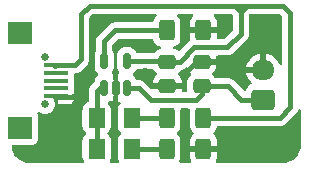
<source format=gbr>
%TF.GenerationSoftware,KiCad,Pcbnew,8.0.2*%
%TF.CreationDate,2025-07-12T13:28:42+07:00*%
%TF.ProjectId,Li-Ion Charger Controller,4c692d49-6f6e-4204-9368-617267657220,rev?*%
%TF.SameCoordinates,Original*%
%TF.FileFunction,Copper,L1,Top*%
%TF.FilePolarity,Positive*%
%FSLAX46Y46*%
G04 Gerber Fmt 4.6, Leading zero omitted, Abs format (unit mm)*
G04 Created by KiCad (PCBNEW 8.0.2) date 2025-07-12 13:28:42*
%MOMM*%
%LPD*%
G01*
G04 APERTURE LIST*
G04 Aperture macros list*
%AMRoundRect*
0 Rectangle with rounded corners*
0 $1 Rounding radius*
0 $2 $3 $4 $5 $6 $7 $8 $9 X,Y pos of 4 corners*
0 Add a 4 corners polygon primitive as box body*
4,1,4,$2,$3,$4,$5,$6,$7,$8,$9,$2,$3,0*
0 Add four circle primitives for the rounded corners*
1,1,$1+$1,$2,$3*
1,1,$1+$1,$4,$5*
1,1,$1+$1,$6,$7*
1,1,$1+$1,$8,$9*
0 Add four rect primitives between the rounded corners*
20,1,$1+$1,$2,$3,$4,$5,0*
20,1,$1+$1,$4,$5,$6,$7,0*
20,1,$1+$1,$6,$7,$8,$9,0*
20,1,$1+$1,$8,$9,$2,$3,0*%
G04 Aperture macros list end*
%TA.AperFunction,SMDPad,CuDef*%
%ADD10RoundRect,0.250000X-0.475000X0.337500X-0.475000X-0.337500X0.475000X-0.337500X0.475000X0.337500X0*%
%TD*%
%TA.AperFunction,SMDPad,CuDef*%
%ADD11RoundRect,0.150000X0.150000X-0.512500X0.150000X0.512500X-0.150000X0.512500X-0.150000X-0.512500X0*%
%TD*%
%TA.AperFunction,SMDPad,CuDef*%
%ADD12RoundRect,0.250001X0.462499X0.624999X-0.462499X0.624999X-0.462499X-0.624999X0.462499X-0.624999X0*%
%TD*%
%TA.AperFunction,SMDPad,CuDef*%
%ADD13RoundRect,0.250000X-0.400000X-0.625000X0.400000X-0.625000X0.400000X0.625000X-0.400000X0.625000X0*%
%TD*%
%TA.AperFunction,SMDPad,CuDef*%
%ADD14RoundRect,0.250000X0.475000X-0.337500X0.475000X0.337500X-0.475000X0.337500X-0.475000X-0.337500X0*%
%TD*%
%TA.AperFunction,SMDPad,CuDef*%
%ADD15RoundRect,0.250001X-0.462499X-0.624999X0.462499X-0.624999X0.462499X0.624999X-0.462499X0.624999X0*%
%TD*%
%TA.AperFunction,ComponentPad*%
%ADD16C,0.650000*%
%TD*%
%TA.AperFunction,SMDPad,CuDef*%
%ADD17R,2.100000X1.900000*%
%TD*%
%TA.AperFunction,SMDPad,CuDef*%
%ADD18R,2.000000X0.400000*%
%TD*%
%TA.AperFunction,ComponentPad*%
%ADD19RoundRect,0.250000X0.725000X-0.600000X0.725000X0.600000X-0.725000X0.600000X-0.725000X-0.600000X0*%
%TD*%
%TA.AperFunction,ComponentPad*%
%ADD20O,1.950000X1.700000*%
%TD*%
%TA.AperFunction,ViaPad*%
%ADD21C,1.200000*%
%TD*%
%TA.AperFunction,Conductor*%
%ADD22C,0.381000*%
%TD*%
G04 APERTURE END LIST*
D10*
%TO.P,C1,1*%
%TO.N,VBUS*%
X157500000Y-90762500D03*
%TO.P,C1,2*%
%TO.N,GND*%
X157500000Y-92837500D03*
%TD*%
D11*
%TO.P,U1,1,STAT*%
%TO.N,Net-(D1-A)*%
X152150000Y-92975000D03*
%TO.P,U1,2,V_{SS}*%
%TO.N,GND*%
X153100000Y-92975000D03*
%TO.P,U1,3,V_{BAT}*%
%TO.N,Net-(J1-Pin_1)*%
X154050000Y-92975000D03*
%TO.P,U1,4,V_{DD}*%
%TO.N,VBUS*%
X154050000Y-90700000D03*
%TO.P,U1,5,PROG*%
%TO.N,Net-(U1-PROG)*%
X152150000Y-90700000D03*
%TD*%
D12*
%TO.P,D1,1,K*%
%TO.N,Net-(D1-K)*%
X154487500Y-98100000D03*
%TO.P,D1,2,A*%
%TO.N,Net-(D1-A)*%
X151512500Y-98100000D03*
%TD*%
D13*
%TO.P,R1,1*%
%TO.N,Net-(D1-K)*%
X157450000Y-98110000D03*
%TO.P,R1,2*%
%TO.N,GND*%
X160550000Y-98110000D03*
%TD*%
D14*
%TO.P,C2,1*%
%TO.N,Net-(J1-Pin_1)*%
X160400000Y-92837500D03*
%TO.P,C2,2*%
%TO.N,GND*%
X160400000Y-90762500D03*
%TD*%
D13*
%TO.P,R3,1*%
%TO.N,Net-(U1-PROG)*%
X157450000Y-88100000D03*
%TO.P,R3,2*%
%TO.N,GND*%
X160550000Y-88100000D03*
%TD*%
D15*
%TO.P,D2,1,K*%
%TO.N,Net-(D1-A)*%
X151512500Y-95500000D03*
%TO.P,D2,2,A*%
%TO.N,Net-(D2-A)*%
X154487500Y-95500000D03*
%TD*%
D13*
%TO.P,R2,1*%
%TO.N,Net-(D2-A)*%
X157450000Y-95500000D03*
%TO.P,R2,2*%
%TO.N,VBUS*%
X160550000Y-95500000D03*
%TD*%
D16*
%TO.P,J2,*%
%TO.N,*%
X147137500Y-90340000D03*
X147137500Y-94340000D03*
D17*
%TO.P,J2,0*%
%TO.N,N/C*%
X144997500Y-88350000D03*
X144997500Y-96350000D03*
D18*
%TO.P,J2,1,VBUS*%
%TO.N,VBUS*%
X148057500Y-91050000D03*
%TO.P,J2,2,D-*%
%TO.N,unconnected-(J2-D--Pad2)*%
X148057500Y-91700000D03*
%TO.P,J2,3,D+*%
%TO.N,unconnected-(J2-D+-Pad3)*%
X148057500Y-92350000D03*
%TO.P,J2,4,ID*%
%TO.N,unconnected-(J2-ID-Pad4)*%
X148057500Y-93000000D03*
%TO.P,J2,5,GND*%
%TO.N,GND*%
X148057500Y-93650000D03*
%TD*%
D19*
%TO.P,J1,1,Pin_1*%
%TO.N,Net-(J1-Pin_1)*%
X165600000Y-93950000D03*
D20*
%TO.P,J1,2,Pin_2*%
%TO.N,GND*%
X165600000Y-91450000D03*
%TD*%
D21*
%TO.N,GND*%
X162300000Y-87500000D03*
X155600000Y-89400000D03*
X165070340Y-98136236D03*
X155600000Y-91909253D03*
X151600000Y-87500000D03*
X165300000Y-87500000D03*
%TD*%
D22*
%TO.N,GND*%
X160400000Y-90762500D02*
X159937500Y-90762500D01*
X147982500Y-93700000D02*
X149500000Y-93700000D01*
X159937500Y-90762500D02*
X159100000Y-91600000D01*
%TO.N,VBUS*%
X167900000Y-86600000D02*
X167300000Y-86000000D01*
X167900000Y-94600000D02*
X167900000Y-86600000D01*
X150900000Y-86000000D02*
X163100000Y-86000000D01*
X159765336Y-89519781D02*
X162580219Y-89519781D01*
X158522617Y-90762500D02*
X159765336Y-89519781D01*
X167000000Y-95500000D02*
X167900000Y-94600000D01*
X163700000Y-88400000D02*
X163700000Y-86500000D01*
X147982500Y-91100000D02*
X148032500Y-91050000D01*
X150200000Y-90500000D02*
X150200000Y-86700000D01*
X148032500Y-91050000D02*
X149650000Y-91050000D01*
X157500000Y-90762500D02*
X158522617Y-90762500D01*
X163700000Y-86500000D02*
X164200000Y-86000000D01*
X157437500Y-90700000D02*
X157500000Y-90762500D01*
X162580219Y-89519781D02*
X163700000Y-88400000D01*
X163200000Y-86000000D02*
X163100000Y-86000000D01*
X160550000Y-95500000D02*
X167000000Y-95500000D01*
X163700000Y-86500000D02*
X163700000Y-86000000D01*
X154050000Y-90700000D02*
X157437500Y-90700000D01*
X150200000Y-86700000D02*
X150900000Y-86000000D01*
X167300000Y-86000000D02*
X164300000Y-86000000D01*
X164200000Y-86000000D02*
X164300000Y-86000000D01*
X149650000Y-91050000D02*
X150200000Y-90500000D01*
X163700000Y-86500000D02*
X163200000Y-86000000D01*
X164300000Y-86000000D02*
X163100000Y-86000000D01*
%TO.N,Net-(J1-Pin_1)*%
X159900000Y-94000000D02*
X156100000Y-94000000D01*
X162637137Y-92837500D02*
X163749637Y-93950000D01*
X160400000Y-93500000D02*
X159900000Y-94000000D01*
X155075000Y-92975000D02*
X154050000Y-92975000D01*
X160400000Y-92837500D02*
X162637137Y-92837500D01*
X163749637Y-93950000D02*
X165600000Y-93950000D01*
X160400000Y-92837500D02*
X160400000Y-93500000D01*
X156100000Y-94000000D02*
X155075000Y-92975000D01*
%TO.N,Net-(D1-K)*%
X154497500Y-98110000D02*
X154487500Y-98100000D01*
X157450000Y-98110000D02*
X154497500Y-98110000D01*
%TO.N,Net-(D1-A)*%
X152150000Y-92975000D02*
X151784929Y-92975000D01*
X151784929Y-92975000D02*
X151512500Y-93247429D01*
X151512500Y-93247429D02*
X151512500Y-95500000D01*
X151512500Y-98100000D02*
X151512500Y-95500000D01*
%TO.N,Net-(D2-A)*%
X157450000Y-95500000D02*
X154487500Y-95500000D01*
%TO.N,Net-(U1-PROG)*%
X157450000Y-88100000D02*
X153046763Y-88100000D01*
X153046763Y-88100000D02*
X152150000Y-88996763D01*
X152150000Y-88996763D02*
X152150000Y-90700000D01*
%TD*%
%TA.AperFunction,Conductor*%
%TO.N,GND*%
G36*
X156540309Y-86710685D02*
G01*
X156586064Y-86763489D01*
X156596008Y-86832647D01*
X156566983Y-86896203D01*
X156560951Y-86902681D01*
X156457289Y-87006342D01*
X156365187Y-87155663D01*
X156365185Y-87155668D01*
X156348546Y-87205880D01*
X156310001Y-87322203D01*
X156310000Y-87322206D01*
X156309405Y-87324004D01*
X156269633Y-87381449D01*
X156205117Y-87408272D01*
X156191699Y-87409000D01*
X152978701Y-87409000D01*
X152864201Y-87431776D01*
X152864200Y-87431776D01*
X152852761Y-87434051D01*
X152845203Y-87435555D01*
X152845202Y-87435555D01*
X152719457Y-87487640D01*
X152719444Y-87487647D01*
X152606276Y-87563264D01*
X152606272Y-87563267D01*
X151613269Y-88556270D01*
X151613265Y-88556276D01*
X151537644Y-88669450D01*
X151537642Y-88669453D01*
X151485556Y-88795201D01*
X151485553Y-88795211D01*
X151459000Y-88928702D01*
X151459000Y-89790466D01*
X151441733Y-89853586D01*
X151398254Y-89927105D01*
X151398254Y-89927106D01*
X151352402Y-90084926D01*
X151352401Y-90084932D01*
X151349500Y-90121798D01*
X151349500Y-91278201D01*
X151352401Y-91315067D01*
X151352402Y-91315073D01*
X151398254Y-91472893D01*
X151398255Y-91472896D01*
X151481917Y-91614362D01*
X151481923Y-91614370D01*
X151598129Y-91730576D01*
X151598140Y-91730585D01*
X151598455Y-91730771D01*
X151598650Y-91730980D01*
X151604298Y-91735361D01*
X151603591Y-91736272D01*
X151646136Y-91781843D01*
X151658637Y-91850585D01*
X151631988Y-91915173D01*
X151604078Y-91939356D01*
X151604298Y-91939639D01*
X151599092Y-91943676D01*
X151598455Y-91944229D01*
X151598140Y-91944414D01*
X151598129Y-91944423D01*
X151481923Y-92060629D01*
X151481917Y-92060637D01*
X151398255Y-92202103D01*
X151398254Y-92202106D01*
X151352402Y-92359926D01*
X151352401Y-92359932D01*
X151349979Y-92390713D01*
X151325094Y-92456001D01*
X151314042Y-92468664D01*
X150975766Y-92806939D01*
X150975765Y-92806941D01*
X150956649Y-92835552D01*
X150956647Y-92835555D01*
X150900142Y-92920120D01*
X150848056Y-93045867D01*
X150848053Y-93045877D01*
X150821500Y-93179368D01*
X150821500Y-94070545D01*
X150801815Y-94137584D01*
X150749011Y-94183339D01*
X150736509Y-94188249D01*
X150730672Y-94190183D01*
X150730660Y-94190188D01*
X150581345Y-94282288D01*
X150457289Y-94406344D01*
X150457286Y-94406348D01*
X150365187Y-94555662D01*
X150365187Y-94555663D01*
X150310001Y-94722203D01*
X150310000Y-94722204D01*
X150299500Y-94824984D01*
X150299500Y-96175015D01*
X150310000Y-96277795D01*
X150310001Y-96277796D01*
X150365186Y-96444335D01*
X150365187Y-96444337D01*
X150457286Y-96593651D01*
X150457289Y-96593655D01*
X150575953Y-96712319D01*
X150609438Y-96773642D01*
X150604454Y-96843334D01*
X150575953Y-96887681D01*
X150457289Y-97006344D01*
X150457286Y-97006348D01*
X150365187Y-97155662D01*
X150365186Y-97155664D01*
X150310001Y-97322203D01*
X150310000Y-97322204D01*
X150299500Y-97424984D01*
X150299500Y-98775015D01*
X150310000Y-98877795D01*
X150310001Y-98877797D01*
X150365186Y-99044334D01*
X150372472Y-99056146D01*
X150405938Y-99110402D01*
X150424379Y-99177795D01*
X150403457Y-99244458D01*
X150349815Y-99289228D01*
X150300400Y-99299500D01*
X145804428Y-99299500D01*
X145795582Y-99299184D01*
X145773622Y-99297613D01*
X145595442Y-99284869D01*
X145577931Y-99282351D01*
X145386212Y-99240646D01*
X145369236Y-99235662D01*
X145185390Y-99167090D01*
X145169298Y-99159740D01*
X144997095Y-99065711D01*
X144982210Y-99056146D01*
X144979789Y-99054334D01*
X144825132Y-98938558D01*
X144811762Y-98926972D01*
X144673027Y-98788237D01*
X144661441Y-98774867D01*
X144543849Y-98617784D01*
X144534288Y-98602904D01*
X144440259Y-98430701D01*
X144432909Y-98414609D01*
X144372091Y-98251551D01*
X144364334Y-98230755D01*
X144359355Y-98213797D01*
X144317647Y-98022063D01*
X144315130Y-98004556D01*
X144310037Y-97933345D01*
X144324889Y-97865072D01*
X144374294Y-97815667D01*
X144433721Y-97800499D01*
X146095371Y-97800499D01*
X146095372Y-97800499D01*
X146154983Y-97794091D01*
X146289831Y-97743796D01*
X146405046Y-97657546D01*
X146491296Y-97542331D01*
X146541591Y-97407483D01*
X146548000Y-97347873D01*
X146547999Y-95352128D01*
X146541591Y-95292517D01*
X146498575Y-95177184D01*
X146493591Y-95107492D01*
X146527076Y-95046169D01*
X146588400Y-95012685D01*
X146658091Y-95017669D01*
X146687641Y-95033532D01*
X146722476Y-95058842D01*
X146727748Y-95061189D01*
X146727759Y-95061194D01*
X146746214Y-95071371D01*
X146746263Y-95071403D01*
X146746479Y-95071548D01*
X146810130Y-95097912D01*
X146813014Y-95099151D01*
X146881001Y-95129422D01*
X146885313Y-95130823D01*
X146890725Y-95132520D01*
X146890881Y-95132007D01*
X146896708Y-95133774D01*
X146896711Y-95133776D01*
X146970431Y-95148439D01*
X146971890Y-95148740D01*
X147050736Y-95165500D01*
X147224263Y-95165500D01*
X147224264Y-95165500D01*
X147303126Y-95148736D01*
X147304551Y-95148443D01*
X147378289Y-95133776D01*
X147378294Y-95133773D01*
X147378298Y-95133773D01*
X147384127Y-95132005D01*
X147384282Y-95132516D01*
X147389755Y-95130800D01*
X147393995Y-95129423D01*
X147393995Y-95129422D01*
X147393999Y-95129422D01*
X147461994Y-95099147D01*
X147464858Y-95097917D01*
X147528521Y-95071548D01*
X147528774Y-95071378D01*
X147547242Y-95061193D01*
X147552524Y-95058842D01*
X147607663Y-95018779D01*
X147611627Y-95016018D01*
X147646153Y-94992948D01*
X147663725Y-94981208D01*
X147668370Y-94976562D01*
X147683167Y-94963923D01*
X147692910Y-94956845D01*
X147734352Y-94910817D01*
X147738783Y-94906148D01*
X147778708Y-94866225D01*
X147785840Y-94855549D01*
X147796785Y-94841477D01*
X147809022Y-94827889D01*
X147836873Y-94779647D01*
X147841133Y-94772796D01*
X147869048Y-94731021D01*
X147876346Y-94713402D01*
X147883517Y-94698859D01*
X147895786Y-94677611D01*
X147911077Y-94630548D01*
X147914432Y-94621453D01*
X147931276Y-94580789D01*
X147936215Y-94555957D01*
X147939901Y-94541835D01*
X147941558Y-94536735D01*
X147949408Y-94512576D01*
X147953927Y-94469576D01*
X147955625Y-94458373D01*
X147963000Y-94421305D01*
X147963000Y-94389761D01*
X147963679Y-94376800D01*
X147967547Y-94340000D01*
X147963679Y-94303198D01*
X147963000Y-94290237D01*
X147963000Y-94258690D01*
X147955630Y-94221647D01*
X147953925Y-94210409D01*
X147953587Y-94207190D01*
X147949408Y-94167424D01*
X147939896Y-94138151D01*
X147936215Y-94124041D01*
X147931276Y-94099211D01*
X147914433Y-94058549D01*
X147911079Y-94049457D01*
X147895786Y-94002389D01*
X147883518Y-93981140D01*
X147876343Y-93966590D01*
X147866938Y-93943883D01*
X147857500Y-93896433D01*
X147857500Y-93824499D01*
X147877185Y-93757460D01*
X147929989Y-93711705D01*
X147981500Y-93700499D01*
X148133500Y-93700499D01*
X148200539Y-93720184D01*
X148246294Y-93772988D01*
X148257500Y-93824499D01*
X148257500Y-94350000D01*
X149105328Y-94350000D01*
X149105344Y-94349999D01*
X149164872Y-94343598D01*
X149164879Y-94343596D01*
X149299586Y-94293354D01*
X149299593Y-94293350D01*
X149414687Y-94207190D01*
X149414690Y-94207187D01*
X149500850Y-94092093D01*
X149500854Y-94092086D01*
X149551096Y-93957379D01*
X149551098Y-93957372D01*
X149557499Y-93897844D01*
X149557500Y-93897827D01*
X149557500Y-93850000D01*
X149396935Y-93850000D01*
X149329896Y-93830315D01*
X149284141Y-93777511D01*
X149274197Y-93708353D01*
X149303222Y-93644797D01*
X149322624Y-93626734D01*
X149360103Y-93598675D01*
X149415046Y-93557546D01*
X149458358Y-93499687D01*
X149514291Y-93457818D01*
X149557472Y-93450027D01*
X149557500Y-93450000D01*
X149557500Y-93402172D01*
X149557499Y-93402160D01*
X149550880Y-93340604D01*
X149550880Y-93314090D01*
X149551590Y-93307485D01*
X149551591Y-93307483D01*
X149558000Y-93247873D01*
X149557999Y-92752128D01*
X149551591Y-92692517D01*
X149551589Y-92692513D01*
X149551132Y-92688255D01*
X149551132Y-92661745D01*
X149551589Y-92657486D01*
X149551591Y-92657483D01*
X149558000Y-92597873D01*
X149557999Y-92102128D01*
X149551591Y-92042517D01*
X149551589Y-92042513D01*
X149551132Y-92038255D01*
X149551133Y-92011745D01*
X149555479Y-91971319D01*
X149558000Y-91947873D01*
X149558000Y-91865000D01*
X149577685Y-91797961D01*
X149630489Y-91752206D01*
X149682000Y-91741000D01*
X149718060Y-91741000D01*
X149807870Y-91723134D01*
X149851557Y-91714445D01*
X149977311Y-91662356D01*
X149996550Y-91649501D01*
X150090487Y-91586735D01*
X150736735Y-90940487D01*
X150812356Y-90827312D01*
X150864445Y-90701558D01*
X150871337Y-90666907D01*
X150878292Y-90631945D01*
X150878292Y-90631942D01*
X150891000Y-90568058D01*
X150891000Y-87037584D01*
X150910685Y-86970545D01*
X150927319Y-86949903D01*
X151149903Y-86727319D01*
X151211226Y-86693834D01*
X151237584Y-86691000D01*
X156473270Y-86691000D01*
X156540309Y-86710685D01*
G37*
%TD.AperFunction*%
%TA.AperFunction,Conductor*%
G36*
X156258737Y-88810685D02*
G01*
X156304492Y-88863489D01*
X156309404Y-88875996D01*
X156310001Y-88877797D01*
X156365186Y-89044334D01*
X156457288Y-89193656D01*
X156581344Y-89317712D01*
X156730666Y-89409814D01*
X156861453Y-89453152D01*
X156918896Y-89492923D01*
X156945719Y-89557439D01*
X156933404Y-89626215D01*
X156885861Y-89677415D01*
X156861452Y-89688563D01*
X156705666Y-89740186D01*
X156705663Y-89740187D01*
X156556342Y-89832289D01*
X156432291Y-89956340D01*
X156427886Y-89961912D01*
X156370863Y-90002288D01*
X156330620Y-90009000D01*
X154918638Y-90009000D01*
X154851599Y-89989315D01*
X154805844Y-89936511D01*
X154804840Y-89934254D01*
X154801746Y-89927106D01*
X154800204Y-89924499D01*
X154718081Y-89785635D01*
X154718079Y-89785633D01*
X154718076Y-89785629D01*
X154601870Y-89669423D01*
X154601862Y-89669417D01*
X154509007Y-89614503D01*
X154460398Y-89585756D01*
X154460397Y-89585755D01*
X154460396Y-89585755D01*
X154460393Y-89585754D01*
X154302573Y-89539902D01*
X154302567Y-89539901D01*
X154265701Y-89537000D01*
X154265694Y-89537000D01*
X153834306Y-89537000D01*
X153834298Y-89537000D01*
X153797432Y-89539901D01*
X153797426Y-89539902D01*
X153639606Y-89585754D01*
X153639603Y-89585755D01*
X153498137Y-89669417D01*
X153498129Y-89669423D01*
X153381923Y-89785629D01*
X153381917Y-89785637D01*
X153298255Y-89927103D01*
X153298254Y-89927106D01*
X153252402Y-90084926D01*
X153252401Y-90084932D01*
X153249500Y-90121798D01*
X153249500Y-91278201D01*
X153252401Y-91315067D01*
X153252402Y-91315073D01*
X153298254Y-91472893D01*
X153298255Y-91472896D01*
X153381917Y-91614362D01*
X153386702Y-91620531D01*
X153385018Y-91621836D01*
X153413246Y-91673531D01*
X153408262Y-91743223D01*
X153376234Y-91790961D01*
X153350000Y-91815202D01*
X153350000Y-92080684D01*
X153332733Y-92143804D01*
X153298254Y-92202105D01*
X153298254Y-92202106D01*
X153252402Y-92359926D01*
X153252401Y-92359932D01*
X153249500Y-92396798D01*
X153249500Y-93553201D01*
X153252401Y-93590067D01*
X153252402Y-93590073D01*
X153298254Y-93747893D01*
X153298255Y-93747896D01*
X153298256Y-93747898D01*
X153332732Y-93806194D01*
X153350000Y-93869314D01*
X153350000Y-94134795D01*
X153350001Y-94134795D01*
X153352488Y-94134600D01*
X153384216Y-94125382D01*
X153454086Y-94125581D01*
X153512756Y-94163522D01*
X153541601Y-94227160D01*
X153531461Y-94296290D01*
X153506495Y-94332139D01*
X153432286Y-94406348D01*
X153340187Y-94555662D01*
X153340187Y-94555663D01*
X153285001Y-94722203D01*
X153285000Y-94722204D01*
X153274500Y-94824984D01*
X153274500Y-96175015D01*
X153285000Y-96277795D01*
X153285001Y-96277796D01*
X153340186Y-96444335D01*
X153340187Y-96444337D01*
X153432286Y-96593651D01*
X153432289Y-96593655D01*
X153550953Y-96712319D01*
X153584438Y-96773642D01*
X153579454Y-96843334D01*
X153550953Y-96887681D01*
X153432289Y-97006344D01*
X153432286Y-97006348D01*
X153340187Y-97155662D01*
X153340186Y-97155664D01*
X153285001Y-97322203D01*
X153285000Y-97322204D01*
X153274500Y-97424984D01*
X153274500Y-98775015D01*
X153285000Y-98877795D01*
X153285001Y-98877797D01*
X153340186Y-99044334D01*
X153347472Y-99056146D01*
X153380938Y-99110402D01*
X153399379Y-99177795D01*
X153378457Y-99244458D01*
X153324815Y-99289228D01*
X153275400Y-99299500D01*
X152724600Y-99299500D01*
X152657561Y-99279815D01*
X152611806Y-99227011D01*
X152601862Y-99157853D01*
X152619062Y-99110402D01*
X152659814Y-99044334D01*
X152714999Y-98877797D01*
X152725500Y-98775008D01*
X152725500Y-97424992D01*
X152714999Y-97322203D01*
X152659814Y-97155666D01*
X152567711Y-97006345D01*
X152449047Y-96887681D01*
X152415562Y-96826358D01*
X152420546Y-96756666D01*
X152449047Y-96712319D01*
X152567711Y-96593655D01*
X152659814Y-96444334D01*
X152714999Y-96277797D01*
X152725500Y-96175008D01*
X152725500Y-94824992D01*
X152714999Y-94722203D01*
X152659814Y-94555666D01*
X152659813Y-94555665D01*
X152659813Y-94555663D01*
X152659812Y-94555662D01*
X152567713Y-94406348D01*
X152567710Y-94406344D01*
X152468611Y-94307245D01*
X152435126Y-94245922D01*
X152440110Y-94176230D01*
X152481982Y-94120297D01*
X152521695Y-94100488D01*
X152560398Y-94089244D01*
X152561181Y-94088781D01*
X152562369Y-94088079D01*
X152564112Y-94087636D01*
X152567557Y-94086146D01*
X152567797Y-94086701D01*
X152630093Y-94070895D01*
X152682397Y-94086253D01*
X152682644Y-94085684D01*
X152687255Y-94087679D01*
X152688612Y-94088078D01*
X152689801Y-94088781D01*
X152689806Y-94088783D01*
X152847505Y-94134599D01*
X152847511Y-94134600D01*
X152849998Y-94134795D01*
X152850000Y-94134795D01*
X152850000Y-93869314D01*
X152867267Y-93806194D01*
X152901744Y-93747898D01*
X152947598Y-93590069D01*
X152950500Y-93553194D01*
X152950500Y-92396806D01*
X152947598Y-92359931D01*
X152943900Y-92347204D01*
X152908438Y-92225142D01*
X152901744Y-92202102D01*
X152867267Y-92143804D01*
X152850000Y-92080684D01*
X152850000Y-91815202D01*
X152823765Y-91790961D01*
X152787887Y-91731007D01*
X152790118Y-91661173D01*
X152814533Y-91621488D01*
X152813298Y-91620531D01*
X152818075Y-91614370D01*
X152818081Y-91614365D01*
X152901744Y-91472898D01*
X152947598Y-91315069D01*
X152950500Y-91278194D01*
X152950500Y-90121806D01*
X152947598Y-90084931D01*
X152937285Y-90049435D01*
X152910240Y-89956344D01*
X152901744Y-89927102D01*
X152858267Y-89853586D01*
X152841000Y-89790466D01*
X152841000Y-89334347D01*
X152860685Y-89267308D01*
X152877319Y-89246666D01*
X153296666Y-88827319D01*
X153357989Y-88793834D01*
X153384347Y-88791000D01*
X156191698Y-88791000D01*
X156258737Y-88810685D01*
G37*
%TD.AperFunction*%
%TA.AperFunction,Conductor*%
G36*
X159342914Y-94710685D02*
G01*
X159388669Y-94763489D01*
X159398273Y-94821763D01*
X159399661Y-94821834D01*
X159399500Y-94824996D01*
X159399500Y-96175001D01*
X159399501Y-96175018D01*
X159410000Y-96277796D01*
X159410001Y-96277799D01*
X159465185Y-96444331D01*
X159465186Y-96444334D01*
X159557287Y-96593655D01*
X159557289Y-96593657D01*
X159681304Y-96717672D01*
X159714789Y-96778995D01*
X159709805Y-96848687D01*
X159681305Y-96893034D01*
X159557682Y-97016657D01*
X159465643Y-97165875D01*
X159465641Y-97165880D01*
X159410494Y-97332302D01*
X159410493Y-97332309D01*
X159400000Y-97435013D01*
X159400000Y-97860000D01*
X161699999Y-97860000D01*
X161699999Y-97435028D01*
X161699998Y-97435013D01*
X161689505Y-97332302D01*
X161634358Y-97165880D01*
X161634356Y-97165875D01*
X161542315Y-97016654D01*
X161418695Y-96893034D01*
X161385210Y-96831711D01*
X161390194Y-96762019D01*
X161418691Y-96717676D01*
X161542712Y-96593656D01*
X161634814Y-96444334D01*
X161689999Y-96277797D01*
X161689999Y-96277793D01*
X161690595Y-96275996D01*
X161730367Y-96218551D01*
X161794883Y-96191728D01*
X161808301Y-96191000D01*
X167068060Y-96191000D01*
X167157870Y-96173134D01*
X167201557Y-96164445D01*
X167327311Y-96112356D01*
X167440487Y-96036735D01*
X168436735Y-95040487D01*
X168512356Y-94927311D01*
X168521222Y-94905908D01*
X168560939Y-94810021D01*
X168604779Y-94755617D01*
X168671074Y-94733552D01*
X168738773Y-94750831D01*
X168786384Y-94801968D01*
X168799500Y-94857473D01*
X168799500Y-97795572D01*
X168799184Y-97804419D01*
X168784869Y-98004557D01*
X168782351Y-98022068D01*
X168740646Y-98213787D01*
X168735662Y-98230763D01*
X168667090Y-98414609D01*
X168659740Y-98430701D01*
X168565711Y-98602904D01*
X168556146Y-98617789D01*
X168438558Y-98774867D01*
X168426972Y-98788237D01*
X168288237Y-98926972D01*
X168274867Y-98938558D01*
X168117789Y-99056146D01*
X168102904Y-99065711D01*
X167930701Y-99159740D01*
X167914609Y-99167090D01*
X167730763Y-99235662D01*
X167713787Y-99240646D01*
X167522068Y-99282351D01*
X167504557Y-99284869D01*
X167323779Y-99297799D01*
X167304417Y-99299184D01*
X167295572Y-99299500D01*
X161705182Y-99299500D01*
X161638143Y-99279815D01*
X161592388Y-99227011D01*
X161582444Y-99157853D01*
X161599643Y-99110403D01*
X161634356Y-99054124D01*
X161634358Y-99054119D01*
X161689505Y-98887697D01*
X161689506Y-98887690D01*
X161699999Y-98784986D01*
X161700000Y-98784973D01*
X161700000Y-98360000D01*
X159400001Y-98360000D01*
X159400001Y-98784986D01*
X159410494Y-98887697D01*
X159465641Y-99054119D01*
X159465643Y-99054124D01*
X159500357Y-99110403D01*
X159518797Y-99177795D01*
X159497875Y-99244459D01*
X159444233Y-99289229D01*
X159394818Y-99299500D01*
X158605769Y-99299500D01*
X158538730Y-99279815D01*
X158492975Y-99227011D01*
X158483031Y-99157853D01*
X158500229Y-99110405D01*
X158534814Y-99054334D01*
X158589999Y-98887797D01*
X158600500Y-98785009D01*
X158600499Y-97434992D01*
X158599477Y-97424992D01*
X158589999Y-97332203D01*
X158589998Y-97332200D01*
X158586685Y-97322203D01*
X158534814Y-97165666D01*
X158442712Y-97016344D01*
X158319049Y-96892681D01*
X158285564Y-96831358D01*
X158290548Y-96761666D01*
X158319049Y-96717319D01*
X158324049Y-96712319D01*
X158442712Y-96593656D01*
X158534814Y-96444334D01*
X158589999Y-96277797D01*
X158600500Y-96175009D01*
X158600499Y-94824992D01*
X158600498Y-94824984D01*
X158600338Y-94821836D01*
X158601838Y-94821759D01*
X158613561Y-94758858D01*
X158661465Y-94707996D01*
X158724124Y-94691000D01*
X159275875Y-94691000D01*
X159342914Y-94710685D01*
G37*
%TD.AperFunction*%
%TA.AperFunction,Conductor*%
G36*
X159130585Y-91234263D02*
G01*
X159186519Y-91276133D01*
X159204960Y-91311441D01*
X159240642Y-91419121D01*
X159240643Y-91419124D01*
X159332684Y-91568345D01*
X159456655Y-91692316D01*
X159456659Y-91692319D01*
X159459656Y-91694168D01*
X159461279Y-91695972D01*
X159462323Y-91696798D01*
X159462181Y-91696976D01*
X159506381Y-91746116D01*
X159517602Y-91815079D01*
X159489759Y-91879161D01*
X159459661Y-91905241D01*
X159456349Y-91907283D01*
X159456343Y-91907288D01*
X159332289Y-92031342D01*
X159240187Y-92180663D01*
X159240185Y-92180668D01*
X159240115Y-92180880D01*
X159185001Y-92347203D01*
X159185001Y-92347204D01*
X159185000Y-92347204D01*
X159174500Y-92449983D01*
X159174500Y-92449991D01*
X159174500Y-92835555D01*
X159174501Y-93185000D01*
X159154817Y-93252039D01*
X159102013Y-93297794D01*
X159050501Y-93309000D01*
X158849000Y-93309000D01*
X158781961Y-93289315D01*
X158736206Y-93236511D01*
X158725000Y-93185000D01*
X158725000Y-93087500D01*
X156247938Y-93087500D01*
X156246203Y-93088447D01*
X156232988Y-93087500D01*
X156223639Y-93087500D01*
X156223639Y-93086830D01*
X156176512Y-93083453D01*
X156132180Y-93054958D01*
X155515492Y-92438269D01*
X155515485Y-92438263D01*
X155402312Y-92362644D01*
X155402309Y-92362642D01*
X155276561Y-92310556D01*
X155276549Y-92310553D01*
X155227341Y-92300765D01*
X155227340Y-92300765D01*
X155143060Y-92284000D01*
X155143058Y-92284000D01*
X154918638Y-92284000D01*
X154851599Y-92264315D01*
X154805844Y-92211511D01*
X154804840Y-92209254D01*
X154801746Y-92202106D01*
X154784565Y-92173055D01*
X154718081Y-92060635D01*
X154718079Y-92060633D01*
X154718076Y-92060629D01*
X154601870Y-91944423D01*
X154601867Y-91944421D01*
X154601865Y-91944419D01*
X154601549Y-91944232D01*
X154601353Y-91944022D01*
X154595702Y-91939639D01*
X154596409Y-91938727D01*
X154553866Y-91893164D01*
X154541362Y-91824423D01*
X154568006Y-91759833D01*
X154595921Y-91735644D01*
X154595702Y-91735361D01*
X154600911Y-91731320D01*
X154601550Y-91730767D01*
X154601865Y-91730581D01*
X154718081Y-91614365D01*
X154801744Y-91472898D01*
X154801744Y-91472894D01*
X154801746Y-91472893D01*
X154804840Y-91465746D01*
X154849533Y-91412041D01*
X154916167Y-91391025D01*
X154918638Y-91391000D01*
X156253502Y-91391000D01*
X156320541Y-91410685D01*
X156359040Y-91449902D01*
X156432288Y-91568656D01*
X156556344Y-91692712D01*
X156558700Y-91694165D01*
X156559653Y-91694753D01*
X156561445Y-91696746D01*
X156562011Y-91697193D01*
X156561934Y-91697289D01*
X156606379Y-91746699D01*
X156617603Y-91815661D01*
X156589761Y-91879744D01*
X156559665Y-91905826D01*
X156556660Y-91907679D01*
X156556655Y-91907683D01*
X156432684Y-92031654D01*
X156340643Y-92180875D01*
X156340641Y-92180880D01*
X156285494Y-92347302D01*
X156285493Y-92347309D01*
X156275000Y-92450013D01*
X156275000Y-92587500D01*
X158724999Y-92587500D01*
X158724999Y-92450028D01*
X158724998Y-92450013D01*
X158714505Y-92347302D01*
X158659358Y-92180880D01*
X158659356Y-92180875D01*
X158567315Y-92031654D01*
X158443344Y-91907683D01*
X158443341Y-91907681D01*
X158440339Y-91905829D01*
X158438713Y-91904021D01*
X158437677Y-91903202D01*
X158437817Y-91903024D01*
X158393617Y-91853880D01*
X158382397Y-91784917D01*
X158410243Y-91720836D01*
X158440344Y-91694754D01*
X158443656Y-91692712D01*
X158567712Y-91568656D01*
X158617101Y-91488582D01*
X158669046Y-91441858D01*
X158698445Y-91432062D01*
X158724174Y-91426945D01*
X158849928Y-91374856D01*
X158865509Y-91364445D01*
X158963104Y-91299235D01*
X158999573Y-91262765D01*
X159060893Y-91229280D01*
X159130585Y-91234263D01*
G37*
%TD.AperFunction*%
%TA.AperFunction,Conductor*%
G36*
X167029455Y-86710685D02*
G01*
X167050097Y-86727319D01*
X167172681Y-86849903D01*
X167206166Y-86911226D01*
X167209000Y-86937584D01*
X167209000Y-90872385D01*
X167189315Y-90939424D01*
X167136511Y-90985179D01*
X167067353Y-90995123D01*
X167003797Y-90966098D01*
X166974515Y-90928680D01*
X166879620Y-90742442D01*
X166754727Y-90570540D01*
X166754723Y-90570535D01*
X166604464Y-90420276D01*
X166604459Y-90420272D01*
X166432557Y-90295379D01*
X166243217Y-90198904D01*
X166041128Y-90133242D01*
X165850000Y-90102969D01*
X165850000Y-91045854D01*
X165783343Y-91007370D01*
X165662535Y-90975000D01*
X165537465Y-90975000D01*
X165416657Y-91007370D01*
X165350000Y-91045854D01*
X165350000Y-90102969D01*
X165158872Y-90133242D01*
X165158869Y-90133242D01*
X164956782Y-90198904D01*
X164767442Y-90295379D01*
X164595540Y-90420272D01*
X164595535Y-90420276D01*
X164445276Y-90570535D01*
X164445272Y-90570540D01*
X164320379Y-90742442D01*
X164223904Y-90931782D01*
X164158242Y-91133870D01*
X164158242Y-91133873D01*
X164147769Y-91200000D01*
X165195854Y-91200000D01*
X165157370Y-91266657D01*
X165125000Y-91387465D01*
X165125000Y-91512535D01*
X165157370Y-91633343D01*
X165195854Y-91700000D01*
X164147769Y-91700000D01*
X164158242Y-91766126D01*
X164158242Y-91766129D01*
X164223904Y-91968217D01*
X164320379Y-92157557D01*
X164445272Y-92329459D01*
X164445276Y-92329464D01*
X164584143Y-92468331D01*
X164617628Y-92529654D01*
X164612644Y-92599346D01*
X164570772Y-92655279D01*
X164561559Y-92661551D01*
X164406342Y-92757289D01*
X164282289Y-92881342D01*
X164190187Y-93030663D01*
X164190184Y-93030671D01*
X164158177Y-93127258D01*
X164118404Y-93184702D01*
X164053888Y-93211524D01*
X163985112Y-93199208D01*
X163952791Y-93175933D01*
X163077629Y-92300769D01*
X163077622Y-92300763D01*
X162964449Y-92225144D01*
X162964446Y-92225142D01*
X162838698Y-92173056D01*
X162838688Y-92173053D01*
X162705197Y-92146500D01*
X162705195Y-92146500D01*
X161607947Y-92146500D01*
X161540908Y-92126815D01*
X161502409Y-92087599D01*
X161467712Y-92031344D01*
X161343656Y-91907288D01*
X161340342Y-91905243D01*
X161338546Y-91903248D01*
X161337989Y-91902807D01*
X161338064Y-91902711D01*
X161293618Y-91853297D01*
X161282397Y-91784334D01*
X161310240Y-91720252D01*
X161340348Y-91694165D01*
X161343342Y-91692318D01*
X161467315Y-91568345D01*
X161559356Y-91419124D01*
X161559358Y-91419119D01*
X161614505Y-91252697D01*
X161614506Y-91252690D01*
X161624999Y-91149986D01*
X161625000Y-91149973D01*
X161625000Y-91012500D01*
X160274000Y-91012500D01*
X160206961Y-90992815D01*
X160161206Y-90940011D01*
X160150000Y-90888500D01*
X160150000Y-90636500D01*
X160169685Y-90569461D01*
X160222489Y-90523706D01*
X160274000Y-90512500D01*
X161624999Y-90512500D01*
X161624999Y-90375028D01*
X161624997Y-90375008D01*
X161622176Y-90347381D01*
X161634946Y-90278689D01*
X161682828Y-90227805D01*
X161745534Y-90210781D01*
X162648279Y-90210781D01*
X162738089Y-90192915D01*
X162781776Y-90184226D01*
X162892999Y-90138156D01*
X162907528Y-90132138D01*
X162907531Y-90132136D01*
X162908923Y-90131206D01*
X163020706Y-90056516D01*
X164236735Y-88840487D01*
X164312356Y-88727312D01*
X164364445Y-88601558D01*
X164373452Y-88556276D01*
X164391000Y-88468058D01*
X164391000Y-86837583D01*
X164410685Y-86770544D01*
X164427319Y-86749902D01*
X164449902Y-86727319D01*
X164511225Y-86693834D01*
X164537583Y-86691000D01*
X166962416Y-86691000D01*
X167029455Y-86710685D01*
G37*
%TD.AperFunction*%
%TA.AperFunction,Conductor*%
G36*
X159641016Y-86710685D02*
G01*
X159686771Y-86763489D01*
X159696715Y-86832647D01*
X159667690Y-86896203D01*
X159661658Y-86902681D01*
X159557684Y-87006654D01*
X159465643Y-87155875D01*
X159465641Y-87155880D01*
X159410494Y-87322302D01*
X159410493Y-87322309D01*
X159400000Y-87425013D01*
X159400000Y-87850000D01*
X161699999Y-87850000D01*
X161699999Y-87425028D01*
X161699998Y-87425013D01*
X161689505Y-87322302D01*
X161634358Y-87155880D01*
X161634356Y-87155875D01*
X161542315Y-87006654D01*
X161438342Y-86902681D01*
X161404857Y-86841358D01*
X161409841Y-86771666D01*
X161451713Y-86715733D01*
X161517177Y-86691316D01*
X161526023Y-86691000D01*
X162862415Y-86691000D01*
X162929454Y-86710685D01*
X162950094Y-86727317D01*
X162972679Y-86749901D01*
X163006166Y-86811223D01*
X163009000Y-86837584D01*
X163009000Y-88062416D01*
X162989315Y-88129455D01*
X162972681Y-88150097D01*
X162330316Y-88792462D01*
X162268993Y-88825947D01*
X162242635Y-88828781D01*
X161824000Y-88828781D01*
X161756961Y-88809096D01*
X161711206Y-88756292D01*
X161700000Y-88704781D01*
X161700000Y-88350000D01*
X159400001Y-88350000D01*
X159400001Y-88774989D01*
X159407511Y-88848502D01*
X159394741Y-88917195D01*
X159353047Y-88964203D01*
X159324850Y-88983044D01*
X159324845Y-88983048D01*
X158532746Y-89775147D01*
X158471423Y-89808632D01*
X158401731Y-89803648D01*
X158379969Y-89793005D01*
X158294340Y-89740189D01*
X158294335Y-89740187D01*
X158294334Y-89740186D01*
X158127797Y-89685001D01*
X158123888Y-89684601D01*
X158101012Y-89682264D01*
X158036321Y-89655866D01*
X157996171Y-89598684D01*
X157993310Y-89528873D01*
X158028646Y-89468597D01*
X158074611Y-89441201D01*
X158169334Y-89409814D01*
X158318656Y-89317712D01*
X158442712Y-89193656D01*
X158534814Y-89044334D01*
X158589999Y-88877797D01*
X158600500Y-88775009D01*
X158600499Y-87424992D01*
X158598865Y-87409000D01*
X158589999Y-87322203D01*
X158589998Y-87322200D01*
X158535478Y-87157671D01*
X158534814Y-87155666D01*
X158442712Y-87006344D01*
X158339049Y-86902681D01*
X158305564Y-86841358D01*
X158310548Y-86771666D01*
X158352420Y-86715733D01*
X158417884Y-86691316D01*
X158426730Y-86691000D01*
X159573977Y-86691000D01*
X159641016Y-86710685D01*
G37*
%TD.AperFunction*%
%TD*%
M02*

</source>
